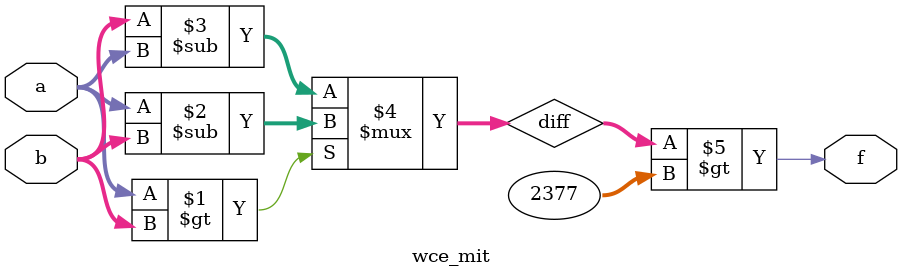
<source format=v>
module wce_mit(a, b, f);
parameter _bit = 18;
parameter wce = 2377;
input [_bit - 1: 0] a;
input [_bit - 1: 0] b;
output f;
wire [_bit - 1: 0] diff;
assign diff = (a > b)? (a - b): (b - a);
assign f = (diff > wce);
endmodule

</source>
